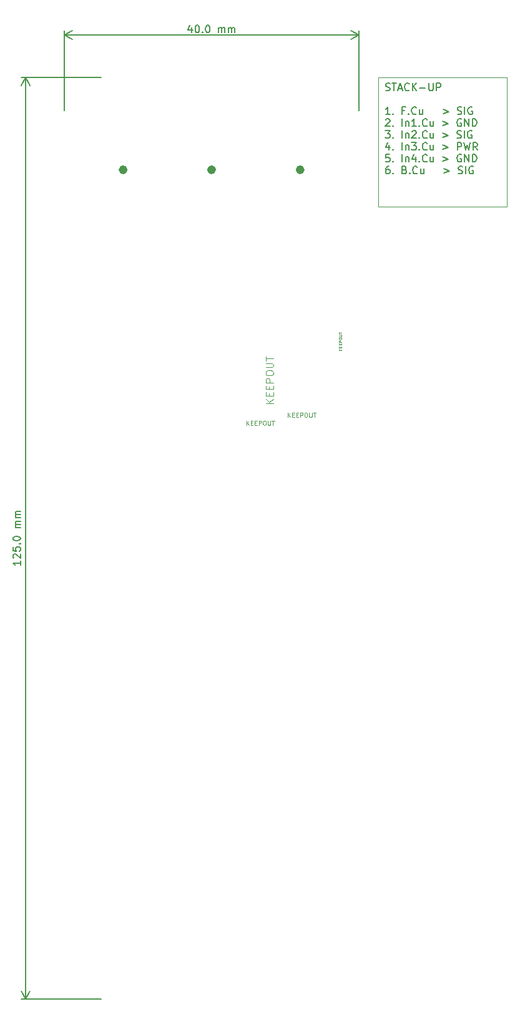
<source format=gbr>
%TF.GenerationSoftware,KiCad,Pcbnew,8.0.1*%
%TF.CreationDate,2024-03-17T21:49:36+01:00*%
%TF.ProjectId,KLST_CATERPILLAR,4b4c5354-5f43-4415-9445-5250494c4c41,rev?*%
%TF.SameCoordinates,Original*%
%TF.FileFunction,Other,Comment*%
%FSLAX46Y46*%
G04 Gerber Fmt 4.6, Leading zero omitted, Abs format (unit mm)*
G04 Created by KiCad (PCBNEW 8.0.1) date 2024-03-17 21:49:36*
%MOMM*%
%LPD*%
G01*
G04 APERTURE LIST*
%ADD10C,0.150000*%
%ADD11C,0.100000*%
%ADD12C,0.060000*%
%ADD13C,0.090000*%
%ADD14C,0.600000*%
G04 APERTURE END LIST*
D10*
X93613632Y-51772218D02*
X93756489Y-51819837D01*
X93756489Y-51819837D02*
X93994584Y-51819837D01*
X93994584Y-51819837D02*
X94089822Y-51772218D01*
X94089822Y-51772218D02*
X94137441Y-51724598D01*
X94137441Y-51724598D02*
X94185060Y-51629360D01*
X94185060Y-51629360D02*
X94185060Y-51534122D01*
X94185060Y-51534122D02*
X94137441Y-51438884D01*
X94137441Y-51438884D02*
X94089822Y-51391265D01*
X94089822Y-51391265D02*
X93994584Y-51343646D01*
X93994584Y-51343646D02*
X93804108Y-51296027D01*
X93804108Y-51296027D02*
X93708870Y-51248408D01*
X93708870Y-51248408D02*
X93661251Y-51200789D01*
X93661251Y-51200789D02*
X93613632Y-51105551D01*
X93613632Y-51105551D02*
X93613632Y-51010313D01*
X93613632Y-51010313D02*
X93661251Y-50915075D01*
X93661251Y-50915075D02*
X93708870Y-50867456D01*
X93708870Y-50867456D02*
X93804108Y-50819837D01*
X93804108Y-50819837D02*
X94042203Y-50819837D01*
X94042203Y-50819837D02*
X94185060Y-50867456D01*
X94470775Y-50819837D02*
X95042203Y-50819837D01*
X94756489Y-51819837D02*
X94756489Y-50819837D01*
X95327918Y-51534122D02*
X95804108Y-51534122D01*
X95232680Y-51819837D02*
X95566013Y-50819837D01*
X95566013Y-50819837D02*
X95899346Y-51819837D01*
X96804108Y-51724598D02*
X96756489Y-51772218D01*
X96756489Y-51772218D02*
X96613632Y-51819837D01*
X96613632Y-51819837D02*
X96518394Y-51819837D01*
X96518394Y-51819837D02*
X96375537Y-51772218D01*
X96375537Y-51772218D02*
X96280299Y-51676979D01*
X96280299Y-51676979D02*
X96232680Y-51581741D01*
X96232680Y-51581741D02*
X96185061Y-51391265D01*
X96185061Y-51391265D02*
X96185061Y-51248408D01*
X96185061Y-51248408D02*
X96232680Y-51057932D01*
X96232680Y-51057932D02*
X96280299Y-50962694D01*
X96280299Y-50962694D02*
X96375537Y-50867456D01*
X96375537Y-50867456D02*
X96518394Y-50819837D01*
X96518394Y-50819837D02*
X96613632Y-50819837D01*
X96613632Y-50819837D02*
X96756489Y-50867456D01*
X96756489Y-50867456D02*
X96804108Y-50915075D01*
X97232680Y-51819837D02*
X97232680Y-50819837D01*
X97804108Y-51819837D02*
X97375537Y-51248408D01*
X97804108Y-50819837D02*
X97232680Y-51391265D01*
X98232680Y-51438884D02*
X98994585Y-51438884D01*
X99470775Y-50819837D02*
X99470775Y-51629360D01*
X99470775Y-51629360D02*
X99518394Y-51724598D01*
X99518394Y-51724598D02*
X99566013Y-51772218D01*
X99566013Y-51772218D02*
X99661251Y-51819837D01*
X99661251Y-51819837D02*
X99851727Y-51819837D01*
X99851727Y-51819837D02*
X99946965Y-51772218D01*
X99946965Y-51772218D02*
X99994584Y-51724598D01*
X99994584Y-51724598D02*
X100042203Y-51629360D01*
X100042203Y-51629360D02*
X100042203Y-50819837D01*
X100518394Y-51819837D02*
X100518394Y-50819837D01*
X100518394Y-50819837D02*
X100899346Y-50819837D01*
X100899346Y-50819837D02*
X100994584Y-50867456D01*
X100994584Y-50867456D02*
X101042203Y-50915075D01*
X101042203Y-50915075D02*
X101089822Y-51010313D01*
X101089822Y-51010313D02*
X101089822Y-51153170D01*
X101089822Y-51153170D02*
X101042203Y-51248408D01*
X101042203Y-51248408D02*
X100994584Y-51296027D01*
X100994584Y-51296027D02*
X100899346Y-51343646D01*
X100899346Y-51343646D02*
X100518394Y-51343646D01*
X94185060Y-55039725D02*
X93613632Y-55039725D01*
X93899346Y-55039725D02*
X93899346Y-54039725D01*
X93899346Y-54039725D02*
X93804108Y-54182582D01*
X93804108Y-54182582D02*
X93708870Y-54277820D01*
X93708870Y-54277820D02*
X93613632Y-54325439D01*
X94613632Y-54944486D02*
X94661251Y-54992106D01*
X94661251Y-54992106D02*
X94613632Y-55039725D01*
X94613632Y-55039725D02*
X94566013Y-54992106D01*
X94566013Y-54992106D02*
X94613632Y-54944486D01*
X94613632Y-54944486D02*
X94613632Y-55039725D01*
X96185060Y-54515915D02*
X95851727Y-54515915D01*
X95851727Y-55039725D02*
X95851727Y-54039725D01*
X95851727Y-54039725D02*
X96327917Y-54039725D01*
X96708870Y-54944486D02*
X96756489Y-54992106D01*
X96756489Y-54992106D02*
X96708870Y-55039725D01*
X96708870Y-55039725D02*
X96661251Y-54992106D01*
X96661251Y-54992106D02*
X96708870Y-54944486D01*
X96708870Y-54944486D02*
X96708870Y-55039725D01*
X97756488Y-54944486D02*
X97708869Y-54992106D01*
X97708869Y-54992106D02*
X97566012Y-55039725D01*
X97566012Y-55039725D02*
X97470774Y-55039725D01*
X97470774Y-55039725D02*
X97327917Y-54992106D01*
X97327917Y-54992106D02*
X97232679Y-54896867D01*
X97232679Y-54896867D02*
X97185060Y-54801629D01*
X97185060Y-54801629D02*
X97137441Y-54611153D01*
X97137441Y-54611153D02*
X97137441Y-54468296D01*
X97137441Y-54468296D02*
X97185060Y-54277820D01*
X97185060Y-54277820D02*
X97232679Y-54182582D01*
X97232679Y-54182582D02*
X97327917Y-54087344D01*
X97327917Y-54087344D02*
X97470774Y-54039725D01*
X97470774Y-54039725D02*
X97566012Y-54039725D01*
X97566012Y-54039725D02*
X97708869Y-54087344D01*
X97708869Y-54087344D02*
X97756488Y-54134963D01*
X98613631Y-54373058D02*
X98613631Y-55039725D01*
X98185060Y-54373058D02*
X98185060Y-54896867D01*
X98185060Y-54896867D02*
X98232679Y-54992106D01*
X98232679Y-54992106D02*
X98327917Y-55039725D01*
X98327917Y-55039725D02*
X98470774Y-55039725D01*
X98470774Y-55039725D02*
X98566012Y-54992106D01*
X98566012Y-54992106D02*
X98613631Y-54944486D01*
X101375537Y-54373058D02*
X102137442Y-54658772D01*
X102137442Y-54658772D02*
X101375537Y-54944486D01*
X103327918Y-54992106D02*
X103470775Y-55039725D01*
X103470775Y-55039725D02*
X103708870Y-55039725D01*
X103708870Y-55039725D02*
X103804108Y-54992106D01*
X103804108Y-54992106D02*
X103851727Y-54944486D01*
X103851727Y-54944486D02*
X103899346Y-54849248D01*
X103899346Y-54849248D02*
X103899346Y-54754010D01*
X103899346Y-54754010D02*
X103851727Y-54658772D01*
X103851727Y-54658772D02*
X103804108Y-54611153D01*
X103804108Y-54611153D02*
X103708870Y-54563534D01*
X103708870Y-54563534D02*
X103518394Y-54515915D01*
X103518394Y-54515915D02*
X103423156Y-54468296D01*
X103423156Y-54468296D02*
X103375537Y-54420677D01*
X103375537Y-54420677D02*
X103327918Y-54325439D01*
X103327918Y-54325439D02*
X103327918Y-54230201D01*
X103327918Y-54230201D02*
X103375537Y-54134963D01*
X103375537Y-54134963D02*
X103423156Y-54087344D01*
X103423156Y-54087344D02*
X103518394Y-54039725D01*
X103518394Y-54039725D02*
X103756489Y-54039725D01*
X103756489Y-54039725D02*
X103899346Y-54087344D01*
X104327918Y-55039725D02*
X104327918Y-54039725D01*
X105327917Y-54087344D02*
X105232679Y-54039725D01*
X105232679Y-54039725D02*
X105089822Y-54039725D01*
X105089822Y-54039725D02*
X104946965Y-54087344D01*
X104946965Y-54087344D02*
X104851727Y-54182582D01*
X104851727Y-54182582D02*
X104804108Y-54277820D01*
X104804108Y-54277820D02*
X104756489Y-54468296D01*
X104756489Y-54468296D02*
X104756489Y-54611153D01*
X104756489Y-54611153D02*
X104804108Y-54801629D01*
X104804108Y-54801629D02*
X104851727Y-54896867D01*
X104851727Y-54896867D02*
X104946965Y-54992106D01*
X104946965Y-54992106D02*
X105089822Y-55039725D01*
X105089822Y-55039725D02*
X105185060Y-55039725D01*
X105185060Y-55039725D02*
X105327917Y-54992106D01*
X105327917Y-54992106D02*
X105375536Y-54944486D01*
X105375536Y-54944486D02*
X105375536Y-54611153D01*
X105375536Y-54611153D02*
X105185060Y-54611153D01*
X93613632Y-55744907D02*
X93661251Y-55697288D01*
X93661251Y-55697288D02*
X93756489Y-55649669D01*
X93756489Y-55649669D02*
X93994584Y-55649669D01*
X93994584Y-55649669D02*
X94089822Y-55697288D01*
X94089822Y-55697288D02*
X94137441Y-55744907D01*
X94137441Y-55744907D02*
X94185060Y-55840145D01*
X94185060Y-55840145D02*
X94185060Y-55935383D01*
X94185060Y-55935383D02*
X94137441Y-56078240D01*
X94137441Y-56078240D02*
X93566013Y-56649669D01*
X93566013Y-56649669D02*
X94185060Y-56649669D01*
X94613632Y-56554430D02*
X94661251Y-56602050D01*
X94661251Y-56602050D02*
X94613632Y-56649669D01*
X94613632Y-56649669D02*
X94566013Y-56602050D01*
X94566013Y-56602050D02*
X94613632Y-56554430D01*
X94613632Y-56554430D02*
X94613632Y-56649669D01*
X95851727Y-56649669D02*
X95851727Y-55649669D01*
X96327917Y-55983002D02*
X96327917Y-56649669D01*
X96327917Y-56078240D02*
X96375536Y-56030621D01*
X96375536Y-56030621D02*
X96470774Y-55983002D01*
X96470774Y-55983002D02*
X96613631Y-55983002D01*
X96613631Y-55983002D02*
X96708869Y-56030621D01*
X96708869Y-56030621D02*
X96756488Y-56125859D01*
X96756488Y-56125859D02*
X96756488Y-56649669D01*
X97756488Y-56649669D02*
X97185060Y-56649669D01*
X97470774Y-56649669D02*
X97470774Y-55649669D01*
X97470774Y-55649669D02*
X97375536Y-55792526D01*
X97375536Y-55792526D02*
X97280298Y-55887764D01*
X97280298Y-55887764D02*
X97185060Y-55935383D01*
X98185060Y-56554430D02*
X98232679Y-56602050D01*
X98232679Y-56602050D02*
X98185060Y-56649669D01*
X98185060Y-56649669D02*
X98137441Y-56602050D01*
X98137441Y-56602050D02*
X98185060Y-56554430D01*
X98185060Y-56554430D02*
X98185060Y-56649669D01*
X99232678Y-56554430D02*
X99185059Y-56602050D01*
X99185059Y-56602050D02*
X99042202Y-56649669D01*
X99042202Y-56649669D02*
X98946964Y-56649669D01*
X98946964Y-56649669D02*
X98804107Y-56602050D01*
X98804107Y-56602050D02*
X98708869Y-56506811D01*
X98708869Y-56506811D02*
X98661250Y-56411573D01*
X98661250Y-56411573D02*
X98613631Y-56221097D01*
X98613631Y-56221097D02*
X98613631Y-56078240D01*
X98613631Y-56078240D02*
X98661250Y-55887764D01*
X98661250Y-55887764D02*
X98708869Y-55792526D01*
X98708869Y-55792526D02*
X98804107Y-55697288D01*
X98804107Y-55697288D02*
X98946964Y-55649669D01*
X98946964Y-55649669D02*
X99042202Y-55649669D01*
X99042202Y-55649669D02*
X99185059Y-55697288D01*
X99185059Y-55697288D02*
X99232678Y-55744907D01*
X100089821Y-55983002D02*
X100089821Y-56649669D01*
X99661250Y-55983002D02*
X99661250Y-56506811D01*
X99661250Y-56506811D02*
X99708869Y-56602050D01*
X99708869Y-56602050D02*
X99804107Y-56649669D01*
X99804107Y-56649669D02*
X99946964Y-56649669D01*
X99946964Y-56649669D02*
X100042202Y-56602050D01*
X100042202Y-56602050D02*
X100089821Y-56554430D01*
X101327917Y-55983002D02*
X102089822Y-56268716D01*
X102089822Y-56268716D02*
X101327917Y-56554430D01*
X103851726Y-55697288D02*
X103756488Y-55649669D01*
X103756488Y-55649669D02*
X103613631Y-55649669D01*
X103613631Y-55649669D02*
X103470774Y-55697288D01*
X103470774Y-55697288D02*
X103375536Y-55792526D01*
X103375536Y-55792526D02*
X103327917Y-55887764D01*
X103327917Y-55887764D02*
X103280298Y-56078240D01*
X103280298Y-56078240D02*
X103280298Y-56221097D01*
X103280298Y-56221097D02*
X103327917Y-56411573D01*
X103327917Y-56411573D02*
X103375536Y-56506811D01*
X103375536Y-56506811D02*
X103470774Y-56602050D01*
X103470774Y-56602050D02*
X103613631Y-56649669D01*
X103613631Y-56649669D02*
X103708869Y-56649669D01*
X103708869Y-56649669D02*
X103851726Y-56602050D01*
X103851726Y-56602050D02*
X103899345Y-56554430D01*
X103899345Y-56554430D02*
X103899345Y-56221097D01*
X103899345Y-56221097D02*
X103708869Y-56221097D01*
X104327917Y-56649669D02*
X104327917Y-55649669D01*
X104327917Y-55649669D02*
X104899345Y-56649669D01*
X104899345Y-56649669D02*
X104899345Y-55649669D01*
X105375536Y-56649669D02*
X105375536Y-55649669D01*
X105375536Y-55649669D02*
X105613631Y-55649669D01*
X105613631Y-55649669D02*
X105756488Y-55697288D01*
X105756488Y-55697288D02*
X105851726Y-55792526D01*
X105851726Y-55792526D02*
X105899345Y-55887764D01*
X105899345Y-55887764D02*
X105946964Y-56078240D01*
X105946964Y-56078240D02*
X105946964Y-56221097D01*
X105946964Y-56221097D02*
X105899345Y-56411573D01*
X105899345Y-56411573D02*
X105851726Y-56506811D01*
X105851726Y-56506811D02*
X105756488Y-56602050D01*
X105756488Y-56602050D02*
X105613631Y-56649669D01*
X105613631Y-56649669D02*
X105375536Y-56649669D01*
X93566013Y-57259613D02*
X94185060Y-57259613D01*
X94185060Y-57259613D02*
X93851727Y-57640565D01*
X93851727Y-57640565D02*
X93994584Y-57640565D01*
X93994584Y-57640565D02*
X94089822Y-57688184D01*
X94089822Y-57688184D02*
X94137441Y-57735803D01*
X94137441Y-57735803D02*
X94185060Y-57831041D01*
X94185060Y-57831041D02*
X94185060Y-58069136D01*
X94185060Y-58069136D02*
X94137441Y-58164374D01*
X94137441Y-58164374D02*
X94089822Y-58211994D01*
X94089822Y-58211994D02*
X93994584Y-58259613D01*
X93994584Y-58259613D02*
X93708870Y-58259613D01*
X93708870Y-58259613D02*
X93613632Y-58211994D01*
X93613632Y-58211994D02*
X93566013Y-58164374D01*
X94613632Y-58164374D02*
X94661251Y-58211994D01*
X94661251Y-58211994D02*
X94613632Y-58259613D01*
X94613632Y-58259613D02*
X94566013Y-58211994D01*
X94566013Y-58211994D02*
X94613632Y-58164374D01*
X94613632Y-58164374D02*
X94613632Y-58259613D01*
X95851727Y-58259613D02*
X95851727Y-57259613D01*
X96327917Y-57592946D02*
X96327917Y-58259613D01*
X96327917Y-57688184D02*
X96375536Y-57640565D01*
X96375536Y-57640565D02*
X96470774Y-57592946D01*
X96470774Y-57592946D02*
X96613631Y-57592946D01*
X96613631Y-57592946D02*
X96708869Y-57640565D01*
X96708869Y-57640565D02*
X96756488Y-57735803D01*
X96756488Y-57735803D02*
X96756488Y-58259613D01*
X97185060Y-57354851D02*
X97232679Y-57307232D01*
X97232679Y-57307232D02*
X97327917Y-57259613D01*
X97327917Y-57259613D02*
X97566012Y-57259613D01*
X97566012Y-57259613D02*
X97661250Y-57307232D01*
X97661250Y-57307232D02*
X97708869Y-57354851D01*
X97708869Y-57354851D02*
X97756488Y-57450089D01*
X97756488Y-57450089D02*
X97756488Y-57545327D01*
X97756488Y-57545327D02*
X97708869Y-57688184D01*
X97708869Y-57688184D02*
X97137441Y-58259613D01*
X97137441Y-58259613D02*
X97756488Y-58259613D01*
X98185060Y-58164374D02*
X98232679Y-58211994D01*
X98232679Y-58211994D02*
X98185060Y-58259613D01*
X98185060Y-58259613D02*
X98137441Y-58211994D01*
X98137441Y-58211994D02*
X98185060Y-58164374D01*
X98185060Y-58164374D02*
X98185060Y-58259613D01*
X99232678Y-58164374D02*
X99185059Y-58211994D01*
X99185059Y-58211994D02*
X99042202Y-58259613D01*
X99042202Y-58259613D02*
X98946964Y-58259613D01*
X98946964Y-58259613D02*
X98804107Y-58211994D01*
X98804107Y-58211994D02*
X98708869Y-58116755D01*
X98708869Y-58116755D02*
X98661250Y-58021517D01*
X98661250Y-58021517D02*
X98613631Y-57831041D01*
X98613631Y-57831041D02*
X98613631Y-57688184D01*
X98613631Y-57688184D02*
X98661250Y-57497708D01*
X98661250Y-57497708D02*
X98708869Y-57402470D01*
X98708869Y-57402470D02*
X98804107Y-57307232D01*
X98804107Y-57307232D02*
X98946964Y-57259613D01*
X98946964Y-57259613D02*
X99042202Y-57259613D01*
X99042202Y-57259613D02*
X99185059Y-57307232D01*
X99185059Y-57307232D02*
X99232678Y-57354851D01*
X100089821Y-57592946D02*
X100089821Y-58259613D01*
X99661250Y-57592946D02*
X99661250Y-58116755D01*
X99661250Y-58116755D02*
X99708869Y-58211994D01*
X99708869Y-58211994D02*
X99804107Y-58259613D01*
X99804107Y-58259613D02*
X99946964Y-58259613D01*
X99946964Y-58259613D02*
X100042202Y-58211994D01*
X100042202Y-58211994D02*
X100089821Y-58164374D01*
X101327917Y-57592946D02*
X102089822Y-57878660D01*
X102089822Y-57878660D02*
X101327917Y-58164374D01*
X103280298Y-58211994D02*
X103423155Y-58259613D01*
X103423155Y-58259613D02*
X103661250Y-58259613D01*
X103661250Y-58259613D02*
X103756488Y-58211994D01*
X103756488Y-58211994D02*
X103804107Y-58164374D01*
X103804107Y-58164374D02*
X103851726Y-58069136D01*
X103851726Y-58069136D02*
X103851726Y-57973898D01*
X103851726Y-57973898D02*
X103804107Y-57878660D01*
X103804107Y-57878660D02*
X103756488Y-57831041D01*
X103756488Y-57831041D02*
X103661250Y-57783422D01*
X103661250Y-57783422D02*
X103470774Y-57735803D01*
X103470774Y-57735803D02*
X103375536Y-57688184D01*
X103375536Y-57688184D02*
X103327917Y-57640565D01*
X103327917Y-57640565D02*
X103280298Y-57545327D01*
X103280298Y-57545327D02*
X103280298Y-57450089D01*
X103280298Y-57450089D02*
X103327917Y-57354851D01*
X103327917Y-57354851D02*
X103375536Y-57307232D01*
X103375536Y-57307232D02*
X103470774Y-57259613D01*
X103470774Y-57259613D02*
X103708869Y-57259613D01*
X103708869Y-57259613D02*
X103851726Y-57307232D01*
X104280298Y-58259613D02*
X104280298Y-57259613D01*
X105280297Y-57307232D02*
X105185059Y-57259613D01*
X105185059Y-57259613D02*
X105042202Y-57259613D01*
X105042202Y-57259613D02*
X104899345Y-57307232D01*
X104899345Y-57307232D02*
X104804107Y-57402470D01*
X104804107Y-57402470D02*
X104756488Y-57497708D01*
X104756488Y-57497708D02*
X104708869Y-57688184D01*
X104708869Y-57688184D02*
X104708869Y-57831041D01*
X104708869Y-57831041D02*
X104756488Y-58021517D01*
X104756488Y-58021517D02*
X104804107Y-58116755D01*
X104804107Y-58116755D02*
X104899345Y-58211994D01*
X104899345Y-58211994D02*
X105042202Y-58259613D01*
X105042202Y-58259613D02*
X105137440Y-58259613D01*
X105137440Y-58259613D02*
X105280297Y-58211994D01*
X105280297Y-58211994D02*
X105327916Y-58164374D01*
X105327916Y-58164374D02*
X105327916Y-57831041D01*
X105327916Y-57831041D02*
X105137440Y-57831041D01*
X94089822Y-59202890D02*
X94089822Y-59869557D01*
X93851727Y-58821938D02*
X93613632Y-59536223D01*
X93613632Y-59536223D02*
X94232679Y-59536223D01*
X94613632Y-59774318D02*
X94661251Y-59821938D01*
X94661251Y-59821938D02*
X94613632Y-59869557D01*
X94613632Y-59869557D02*
X94566013Y-59821938D01*
X94566013Y-59821938D02*
X94613632Y-59774318D01*
X94613632Y-59774318D02*
X94613632Y-59869557D01*
X95851727Y-59869557D02*
X95851727Y-58869557D01*
X96327917Y-59202890D02*
X96327917Y-59869557D01*
X96327917Y-59298128D02*
X96375536Y-59250509D01*
X96375536Y-59250509D02*
X96470774Y-59202890D01*
X96470774Y-59202890D02*
X96613631Y-59202890D01*
X96613631Y-59202890D02*
X96708869Y-59250509D01*
X96708869Y-59250509D02*
X96756488Y-59345747D01*
X96756488Y-59345747D02*
X96756488Y-59869557D01*
X97137441Y-58869557D02*
X97756488Y-58869557D01*
X97756488Y-58869557D02*
X97423155Y-59250509D01*
X97423155Y-59250509D02*
X97566012Y-59250509D01*
X97566012Y-59250509D02*
X97661250Y-59298128D01*
X97661250Y-59298128D02*
X97708869Y-59345747D01*
X97708869Y-59345747D02*
X97756488Y-59440985D01*
X97756488Y-59440985D02*
X97756488Y-59679080D01*
X97756488Y-59679080D02*
X97708869Y-59774318D01*
X97708869Y-59774318D02*
X97661250Y-59821938D01*
X97661250Y-59821938D02*
X97566012Y-59869557D01*
X97566012Y-59869557D02*
X97280298Y-59869557D01*
X97280298Y-59869557D02*
X97185060Y-59821938D01*
X97185060Y-59821938D02*
X97137441Y-59774318D01*
X98185060Y-59774318D02*
X98232679Y-59821938D01*
X98232679Y-59821938D02*
X98185060Y-59869557D01*
X98185060Y-59869557D02*
X98137441Y-59821938D01*
X98137441Y-59821938D02*
X98185060Y-59774318D01*
X98185060Y-59774318D02*
X98185060Y-59869557D01*
X99232678Y-59774318D02*
X99185059Y-59821938D01*
X99185059Y-59821938D02*
X99042202Y-59869557D01*
X99042202Y-59869557D02*
X98946964Y-59869557D01*
X98946964Y-59869557D02*
X98804107Y-59821938D01*
X98804107Y-59821938D02*
X98708869Y-59726699D01*
X98708869Y-59726699D02*
X98661250Y-59631461D01*
X98661250Y-59631461D02*
X98613631Y-59440985D01*
X98613631Y-59440985D02*
X98613631Y-59298128D01*
X98613631Y-59298128D02*
X98661250Y-59107652D01*
X98661250Y-59107652D02*
X98708869Y-59012414D01*
X98708869Y-59012414D02*
X98804107Y-58917176D01*
X98804107Y-58917176D02*
X98946964Y-58869557D01*
X98946964Y-58869557D02*
X99042202Y-58869557D01*
X99042202Y-58869557D02*
X99185059Y-58917176D01*
X99185059Y-58917176D02*
X99232678Y-58964795D01*
X100089821Y-59202890D02*
X100089821Y-59869557D01*
X99661250Y-59202890D02*
X99661250Y-59726699D01*
X99661250Y-59726699D02*
X99708869Y-59821938D01*
X99708869Y-59821938D02*
X99804107Y-59869557D01*
X99804107Y-59869557D02*
X99946964Y-59869557D01*
X99946964Y-59869557D02*
X100042202Y-59821938D01*
X100042202Y-59821938D02*
X100089821Y-59774318D01*
X101327917Y-59202890D02*
X102089822Y-59488604D01*
X102089822Y-59488604D02*
X101327917Y-59774318D01*
X103327917Y-59869557D02*
X103327917Y-58869557D01*
X103327917Y-58869557D02*
X103708869Y-58869557D01*
X103708869Y-58869557D02*
X103804107Y-58917176D01*
X103804107Y-58917176D02*
X103851726Y-58964795D01*
X103851726Y-58964795D02*
X103899345Y-59060033D01*
X103899345Y-59060033D02*
X103899345Y-59202890D01*
X103899345Y-59202890D02*
X103851726Y-59298128D01*
X103851726Y-59298128D02*
X103804107Y-59345747D01*
X103804107Y-59345747D02*
X103708869Y-59393366D01*
X103708869Y-59393366D02*
X103327917Y-59393366D01*
X104232679Y-58869557D02*
X104470774Y-59869557D01*
X104470774Y-59869557D02*
X104661250Y-59155271D01*
X104661250Y-59155271D02*
X104851726Y-59869557D01*
X104851726Y-59869557D02*
X105089822Y-58869557D01*
X106042202Y-59869557D02*
X105708869Y-59393366D01*
X105470774Y-59869557D02*
X105470774Y-58869557D01*
X105470774Y-58869557D02*
X105851726Y-58869557D01*
X105851726Y-58869557D02*
X105946964Y-58917176D01*
X105946964Y-58917176D02*
X105994583Y-58964795D01*
X105994583Y-58964795D02*
X106042202Y-59060033D01*
X106042202Y-59060033D02*
X106042202Y-59202890D01*
X106042202Y-59202890D02*
X105994583Y-59298128D01*
X105994583Y-59298128D02*
X105946964Y-59345747D01*
X105946964Y-59345747D02*
X105851726Y-59393366D01*
X105851726Y-59393366D02*
X105470774Y-59393366D01*
X94137441Y-60479501D02*
X93661251Y-60479501D01*
X93661251Y-60479501D02*
X93613632Y-60955691D01*
X93613632Y-60955691D02*
X93661251Y-60908072D01*
X93661251Y-60908072D02*
X93756489Y-60860453D01*
X93756489Y-60860453D02*
X93994584Y-60860453D01*
X93994584Y-60860453D02*
X94089822Y-60908072D01*
X94089822Y-60908072D02*
X94137441Y-60955691D01*
X94137441Y-60955691D02*
X94185060Y-61050929D01*
X94185060Y-61050929D02*
X94185060Y-61289024D01*
X94185060Y-61289024D02*
X94137441Y-61384262D01*
X94137441Y-61384262D02*
X94089822Y-61431882D01*
X94089822Y-61431882D02*
X93994584Y-61479501D01*
X93994584Y-61479501D02*
X93756489Y-61479501D01*
X93756489Y-61479501D02*
X93661251Y-61431882D01*
X93661251Y-61431882D02*
X93613632Y-61384262D01*
X94613632Y-61384262D02*
X94661251Y-61431882D01*
X94661251Y-61431882D02*
X94613632Y-61479501D01*
X94613632Y-61479501D02*
X94566013Y-61431882D01*
X94566013Y-61431882D02*
X94613632Y-61384262D01*
X94613632Y-61384262D02*
X94613632Y-61479501D01*
X95851727Y-61479501D02*
X95851727Y-60479501D01*
X96327917Y-60812834D02*
X96327917Y-61479501D01*
X96327917Y-60908072D02*
X96375536Y-60860453D01*
X96375536Y-60860453D02*
X96470774Y-60812834D01*
X96470774Y-60812834D02*
X96613631Y-60812834D01*
X96613631Y-60812834D02*
X96708869Y-60860453D01*
X96708869Y-60860453D02*
X96756488Y-60955691D01*
X96756488Y-60955691D02*
X96756488Y-61479501D01*
X97661250Y-60812834D02*
X97661250Y-61479501D01*
X97423155Y-60431882D02*
X97185060Y-61146167D01*
X97185060Y-61146167D02*
X97804107Y-61146167D01*
X98185060Y-61384262D02*
X98232679Y-61431882D01*
X98232679Y-61431882D02*
X98185060Y-61479501D01*
X98185060Y-61479501D02*
X98137441Y-61431882D01*
X98137441Y-61431882D02*
X98185060Y-61384262D01*
X98185060Y-61384262D02*
X98185060Y-61479501D01*
X99232678Y-61384262D02*
X99185059Y-61431882D01*
X99185059Y-61431882D02*
X99042202Y-61479501D01*
X99042202Y-61479501D02*
X98946964Y-61479501D01*
X98946964Y-61479501D02*
X98804107Y-61431882D01*
X98804107Y-61431882D02*
X98708869Y-61336643D01*
X98708869Y-61336643D02*
X98661250Y-61241405D01*
X98661250Y-61241405D02*
X98613631Y-61050929D01*
X98613631Y-61050929D02*
X98613631Y-60908072D01*
X98613631Y-60908072D02*
X98661250Y-60717596D01*
X98661250Y-60717596D02*
X98708869Y-60622358D01*
X98708869Y-60622358D02*
X98804107Y-60527120D01*
X98804107Y-60527120D02*
X98946964Y-60479501D01*
X98946964Y-60479501D02*
X99042202Y-60479501D01*
X99042202Y-60479501D02*
X99185059Y-60527120D01*
X99185059Y-60527120D02*
X99232678Y-60574739D01*
X100089821Y-60812834D02*
X100089821Y-61479501D01*
X99661250Y-60812834D02*
X99661250Y-61336643D01*
X99661250Y-61336643D02*
X99708869Y-61431882D01*
X99708869Y-61431882D02*
X99804107Y-61479501D01*
X99804107Y-61479501D02*
X99946964Y-61479501D01*
X99946964Y-61479501D02*
X100042202Y-61431882D01*
X100042202Y-61431882D02*
X100089821Y-61384262D01*
X101327917Y-60812834D02*
X102089822Y-61098548D01*
X102089822Y-61098548D02*
X101327917Y-61384262D01*
X103851726Y-60527120D02*
X103756488Y-60479501D01*
X103756488Y-60479501D02*
X103613631Y-60479501D01*
X103613631Y-60479501D02*
X103470774Y-60527120D01*
X103470774Y-60527120D02*
X103375536Y-60622358D01*
X103375536Y-60622358D02*
X103327917Y-60717596D01*
X103327917Y-60717596D02*
X103280298Y-60908072D01*
X103280298Y-60908072D02*
X103280298Y-61050929D01*
X103280298Y-61050929D02*
X103327917Y-61241405D01*
X103327917Y-61241405D02*
X103375536Y-61336643D01*
X103375536Y-61336643D02*
X103470774Y-61431882D01*
X103470774Y-61431882D02*
X103613631Y-61479501D01*
X103613631Y-61479501D02*
X103708869Y-61479501D01*
X103708869Y-61479501D02*
X103851726Y-61431882D01*
X103851726Y-61431882D02*
X103899345Y-61384262D01*
X103899345Y-61384262D02*
X103899345Y-61050929D01*
X103899345Y-61050929D02*
X103708869Y-61050929D01*
X104327917Y-61479501D02*
X104327917Y-60479501D01*
X104327917Y-60479501D02*
X104899345Y-61479501D01*
X104899345Y-61479501D02*
X104899345Y-60479501D01*
X105375536Y-61479501D02*
X105375536Y-60479501D01*
X105375536Y-60479501D02*
X105613631Y-60479501D01*
X105613631Y-60479501D02*
X105756488Y-60527120D01*
X105756488Y-60527120D02*
X105851726Y-60622358D01*
X105851726Y-60622358D02*
X105899345Y-60717596D01*
X105899345Y-60717596D02*
X105946964Y-60908072D01*
X105946964Y-60908072D02*
X105946964Y-61050929D01*
X105946964Y-61050929D02*
X105899345Y-61241405D01*
X105899345Y-61241405D02*
X105851726Y-61336643D01*
X105851726Y-61336643D02*
X105756488Y-61431882D01*
X105756488Y-61431882D02*
X105613631Y-61479501D01*
X105613631Y-61479501D02*
X105375536Y-61479501D01*
X94089822Y-62089445D02*
X93899346Y-62089445D01*
X93899346Y-62089445D02*
X93804108Y-62137064D01*
X93804108Y-62137064D02*
X93756489Y-62184683D01*
X93756489Y-62184683D02*
X93661251Y-62327540D01*
X93661251Y-62327540D02*
X93613632Y-62518016D01*
X93613632Y-62518016D02*
X93613632Y-62898968D01*
X93613632Y-62898968D02*
X93661251Y-62994206D01*
X93661251Y-62994206D02*
X93708870Y-63041826D01*
X93708870Y-63041826D02*
X93804108Y-63089445D01*
X93804108Y-63089445D02*
X93994584Y-63089445D01*
X93994584Y-63089445D02*
X94089822Y-63041826D01*
X94089822Y-63041826D02*
X94137441Y-62994206D01*
X94137441Y-62994206D02*
X94185060Y-62898968D01*
X94185060Y-62898968D02*
X94185060Y-62660873D01*
X94185060Y-62660873D02*
X94137441Y-62565635D01*
X94137441Y-62565635D02*
X94089822Y-62518016D01*
X94089822Y-62518016D02*
X93994584Y-62470397D01*
X93994584Y-62470397D02*
X93804108Y-62470397D01*
X93804108Y-62470397D02*
X93708870Y-62518016D01*
X93708870Y-62518016D02*
X93661251Y-62565635D01*
X93661251Y-62565635D02*
X93613632Y-62660873D01*
X94613632Y-62994206D02*
X94661251Y-63041826D01*
X94661251Y-63041826D02*
X94613632Y-63089445D01*
X94613632Y-63089445D02*
X94566013Y-63041826D01*
X94566013Y-63041826D02*
X94613632Y-62994206D01*
X94613632Y-62994206D02*
X94613632Y-63089445D01*
X96185060Y-62565635D02*
X96327917Y-62613254D01*
X96327917Y-62613254D02*
X96375536Y-62660873D01*
X96375536Y-62660873D02*
X96423155Y-62756111D01*
X96423155Y-62756111D02*
X96423155Y-62898968D01*
X96423155Y-62898968D02*
X96375536Y-62994206D01*
X96375536Y-62994206D02*
X96327917Y-63041826D01*
X96327917Y-63041826D02*
X96232679Y-63089445D01*
X96232679Y-63089445D02*
X95851727Y-63089445D01*
X95851727Y-63089445D02*
X95851727Y-62089445D01*
X95851727Y-62089445D02*
X96185060Y-62089445D01*
X96185060Y-62089445D02*
X96280298Y-62137064D01*
X96280298Y-62137064D02*
X96327917Y-62184683D01*
X96327917Y-62184683D02*
X96375536Y-62279921D01*
X96375536Y-62279921D02*
X96375536Y-62375159D01*
X96375536Y-62375159D02*
X96327917Y-62470397D01*
X96327917Y-62470397D02*
X96280298Y-62518016D01*
X96280298Y-62518016D02*
X96185060Y-62565635D01*
X96185060Y-62565635D02*
X95851727Y-62565635D01*
X96851727Y-62994206D02*
X96899346Y-63041826D01*
X96899346Y-63041826D02*
X96851727Y-63089445D01*
X96851727Y-63089445D02*
X96804108Y-63041826D01*
X96804108Y-63041826D02*
X96851727Y-62994206D01*
X96851727Y-62994206D02*
X96851727Y-63089445D01*
X97899345Y-62994206D02*
X97851726Y-63041826D01*
X97851726Y-63041826D02*
X97708869Y-63089445D01*
X97708869Y-63089445D02*
X97613631Y-63089445D01*
X97613631Y-63089445D02*
X97470774Y-63041826D01*
X97470774Y-63041826D02*
X97375536Y-62946587D01*
X97375536Y-62946587D02*
X97327917Y-62851349D01*
X97327917Y-62851349D02*
X97280298Y-62660873D01*
X97280298Y-62660873D02*
X97280298Y-62518016D01*
X97280298Y-62518016D02*
X97327917Y-62327540D01*
X97327917Y-62327540D02*
X97375536Y-62232302D01*
X97375536Y-62232302D02*
X97470774Y-62137064D01*
X97470774Y-62137064D02*
X97613631Y-62089445D01*
X97613631Y-62089445D02*
X97708869Y-62089445D01*
X97708869Y-62089445D02*
X97851726Y-62137064D01*
X97851726Y-62137064D02*
X97899345Y-62184683D01*
X98756488Y-62422778D02*
X98756488Y-63089445D01*
X98327917Y-62422778D02*
X98327917Y-62946587D01*
X98327917Y-62946587D02*
X98375536Y-63041826D01*
X98375536Y-63041826D02*
X98470774Y-63089445D01*
X98470774Y-63089445D02*
X98613631Y-63089445D01*
X98613631Y-63089445D02*
X98708869Y-63041826D01*
X98708869Y-63041826D02*
X98756488Y-62994206D01*
X101518394Y-62422778D02*
X102280299Y-62708492D01*
X102280299Y-62708492D02*
X101518394Y-62994206D01*
X103470775Y-63041826D02*
X103613632Y-63089445D01*
X103613632Y-63089445D02*
X103851727Y-63089445D01*
X103851727Y-63089445D02*
X103946965Y-63041826D01*
X103946965Y-63041826D02*
X103994584Y-62994206D01*
X103994584Y-62994206D02*
X104042203Y-62898968D01*
X104042203Y-62898968D02*
X104042203Y-62803730D01*
X104042203Y-62803730D02*
X103994584Y-62708492D01*
X103994584Y-62708492D02*
X103946965Y-62660873D01*
X103946965Y-62660873D02*
X103851727Y-62613254D01*
X103851727Y-62613254D02*
X103661251Y-62565635D01*
X103661251Y-62565635D02*
X103566013Y-62518016D01*
X103566013Y-62518016D02*
X103518394Y-62470397D01*
X103518394Y-62470397D02*
X103470775Y-62375159D01*
X103470775Y-62375159D02*
X103470775Y-62279921D01*
X103470775Y-62279921D02*
X103518394Y-62184683D01*
X103518394Y-62184683D02*
X103566013Y-62137064D01*
X103566013Y-62137064D02*
X103661251Y-62089445D01*
X103661251Y-62089445D02*
X103899346Y-62089445D01*
X103899346Y-62089445D02*
X104042203Y-62137064D01*
X104470775Y-63089445D02*
X104470775Y-62089445D01*
X105470774Y-62137064D02*
X105375536Y-62089445D01*
X105375536Y-62089445D02*
X105232679Y-62089445D01*
X105232679Y-62089445D02*
X105089822Y-62137064D01*
X105089822Y-62137064D02*
X104994584Y-62232302D01*
X104994584Y-62232302D02*
X104946965Y-62327540D01*
X104946965Y-62327540D02*
X104899346Y-62518016D01*
X104899346Y-62518016D02*
X104899346Y-62660873D01*
X104899346Y-62660873D02*
X104946965Y-62851349D01*
X104946965Y-62851349D02*
X104994584Y-62946587D01*
X104994584Y-62946587D02*
X105089822Y-63041826D01*
X105089822Y-63041826D02*
X105232679Y-63089445D01*
X105232679Y-63089445D02*
X105327917Y-63089445D01*
X105327917Y-63089445D02*
X105470774Y-63041826D01*
X105470774Y-63041826D02*
X105518393Y-62994206D01*
X105518393Y-62994206D02*
X105518393Y-62660873D01*
X105518393Y-62660873D02*
X105327917Y-62660873D01*
D11*
X92574472Y-50030018D02*
X110074472Y-50030018D01*
X110074472Y-67530018D01*
X92574472Y-67530018D01*
X92574472Y-50030018D01*
D10*
X44054819Y-115595237D02*
X44054819Y-116166665D01*
X44054819Y-115880951D02*
X43054819Y-115880951D01*
X43054819Y-115880951D02*
X43197676Y-115976189D01*
X43197676Y-115976189D02*
X43292914Y-116071427D01*
X43292914Y-116071427D02*
X43340533Y-116166665D01*
X43150057Y-115214284D02*
X43102438Y-115166665D01*
X43102438Y-115166665D02*
X43054819Y-115071427D01*
X43054819Y-115071427D02*
X43054819Y-114833332D01*
X43054819Y-114833332D02*
X43102438Y-114738094D01*
X43102438Y-114738094D02*
X43150057Y-114690475D01*
X43150057Y-114690475D02*
X43245295Y-114642856D01*
X43245295Y-114642856D02*
X43340533Y-114642856D01*
X43340533Y-114642856D02*
X43483390Y-114690475D01*
X43483390Y-114690475D02*
X44054819Y-115261903D01*
X44054819Y-115261903D02*
X44054819Y-114642856D01*
X43054819Y-113738094D02*
X43054819Y-114214284D01*
X43054819Y-114214284D02*
X43531009Y-114261903D01*
X43531009Y-114261903D02*
X43483390Y-114214284D01*
X43483390Y-114214284D02*
X43435771Y-114119046D01*
X43435771Y-114119046D02*
X43435771Y-113880951D01*
X43435771Y-113880951D02*
X43483390Y-113785713D01*
X43483390Y-113785713D02*
X43531009Y-113738094D01*
X43531009Y-113738094D02*
X43626247Y-113690475D01*
X43626247Y-113690475D02*
X43864342Y-113690475D01*
X43864342Y-113690475D02*
X43959580Y-113738094D01*
X43959580Y-113738094D02*
X44007200Y-113785713D01*
X44007200Y-113785713D02*
X44054819Y-113880951D01*
X44054819Y-113880951D02*
X44054819Y-114119046D01*
X44054819Y-114119046D02*
X44007200Y-114214284D01*
X44007200Y-114214284D02*
X43959580Y-114261903D01*
X43959580Y-113261903D02*
X44007200Y-113214284D01*
X44007200Y-113214284D02*
X44054819Y-113261903D01*
X44054819Y-113261903D02*
X44007200Y-113309522D01*
X44007200Y-113309522D02*
X43959580Y-113261903D01*
X43959580Y-113261903D02*
X44054819Y-113261903D01*
X43054819Y-112595237D02*
X43054819Y-112499999D01*
X43054819Y-112499999D02*
X43102438Y-112404761D01*
X43102438Y-112404761D02*
X43150057Y-112357142D01*
X43150057Y-112357142D02*
X43245295Y-112309523D01*
X43245295Y-112309523D02*
X43435771Y-112261904D01*
X43435771Y-112261904D02*
X43673866Y-112261904D01*
X43673866Y-112261904D02*
X43864342Y-112309523D01*
X43864342Y-112309523D02*
X43959580Y-112357142D01*
X43959580Y-112357142D02*
X44007200Y-112404761D01*
X44007200Y-112404761D02*
X44054819Y-112499999D01*
X44054819Y-112499999D02*
X44054819Y-112595237D01*
X44054819Y-112595237D02*
X44007200Y-112690475D01*
X44007200Y-112690475D02*
X43959580Y-112738094D01*
X43959580Y-112738094D02*
X43864342Y-112785713D01*
X43864342Y-112785713D02*
X43673866Y-112833332D01*
X43673866Y-112833332D02*
X43435771Y-112833332D01*
X43435771Y-112833332D02*
X43245295Y-112785713D01*
X43245295Y-112785713D02*
X43150057Y-112738094D01*
X43150057Y-112738094D02*
X43102438Y-112690475D01*
X43102438Y-112690475D02*
X43054819Y-112595237D01*
X44054819Y-111071427D02*
X43388152Y-111071427D01*
X43483390Y-111071427D02*
X43435771Y-111023808D01*
X43435771Y-111023808D02*
X43388152Y-110928570D01*
X43388152Y-110928570D02*
X43388152Y-110785713D01*
X43388152Y-110785713D02*
X43435771Y-110690475D01*
X43435771Y-110690475D02*
X43531009Y-110642856D01*
X43531009Y-110642856D02*
X44054819Y-110642856D01*
X43531009Y-110642856D02*
X43435771Y-110595237D01*
X43435771Y-110595237D02*
X43388152Y-110499999D01*
X43388152Y-110499999D02*
X43388152Y-110357142D01*
X43388152Y-110357142D02*
X43435771Y-110261903D01*
X43435771Y-110261903D02*
X43531009Y-110214284D01*
X43531009Y-110214284D02*
X44054819Y-110214284D01*
X44054819Y-109738094D02*
X43388152Y-109738094D01*
X43483390Y-109738094D02*
X43435771Y-109690475D01*
X43435771Y-109690475D02*
X43388152Y-109595237D01*
X43388152Y-109595237D02*
X43388152Y-109452380D01*
X43388152Y-109452380D02*
X43435771Y-109357142D01*
X43435771Y-109357142D02*
X43531009Y-109309523D01*
X43531009Y-109309523D02*
X44054819Y-109309523D01*
X43531009Y-109309523D02*
X43435771Y-109261904D01*
X43435771Y-109261904D02*
X43388152Y-109166666D01*
X43388152Y-109166666D02*
X43388152Y-109023809D01*
X43388152Y-109023809D02*
X43435771Y-108928570D01*
X43435771Y-108928570D02*
X43531009Y-108880951D01*
X43531009Y-108880951D02*
X44054819Y-108880951D01*
X55000000Y-50000000D02*
X44163580Y-50000000D01*
X55000000Y-175000000D02*
X44163580Y-175000000D01*
X44750000Y-50000000D02*
X44750000Y-175000000D01*
X44750000Y-50000000D02*
X44750000Y-175000000D01*
X44750000Y-50000000D02*
X45336421Y-51126504D01*
X44750000Y-50000000D02*
X44163579Y-51126504D01*
X44750000Y-175000000D02*
X44163579Y-173873496D01*
X44750000Y-175000000D02*
X45336421Y-173873496D01*
X67285714Y-43288152D02*
X67285714Y-43954819D01*
X67047619Y-42907200D02*
X66809524Y-43621485D01*
X66809524Y-43621485D02*
X67428571Y-43621485D01*
X68000000Y-42954819D02*
X68095238Y-42954819D01*
X68095238Y-42954819D02*
X68190476Y-43002438D01*
X68190476Y-43002438D02*
X68238095Y-43050057D01*
X68238095Y-43050057D02*
X68285714Y-43145295D01*
X68285714Y-43145295D02*
X68333333Y-43335771D01*
X68333333Y-43335771D02*
X68333333Y-43573866D01*
X68333333Y-43573866D02*
X68285714Y-43764342D01*
X68285714Y-43764342D02*
X68238095Y-43859580D01*
X68238095Y-43859580D02*
X68190476Y-43907200D01*
X68190476Y-43907200D02*
X68095238Y-43954819D01*
X68095238Y-43954819D02*
X68000000Y-43954819D01*
X68000000Y-43954819D02*
X67904762Y-43907200D01*
X67904762Y-43907200D02*
X67857143Y-43859580D01*
X67857143Y-43859580D02*
X67809524Y-43764342D01*
X67809524Y-43764342D02*
X67761905Y-43573866D01*
X67761905Y-43573866D02*
X67761905Y-43335771D01*
X67761905Y-43335771D02*
X67809524Y-43145295D01*
X67809524Y-43145295D02*
X67857143Y-43050057D01*
X67857143Y-43050057D02*
X67904762Y-43002438D01*
X67904762Y-43002438D02*
X68000000Y-42954819D01*
X68761905Y-43859580D02*
X68809524Y-43907200D01*
X68809524Y-43907200D02*
X68761905Y-43954819D01*
X68761905Y-43954819D02*
X68714286Y-43907200D01*
X68714286Y-43907200D02*
X68761905Y-43859580D01*
X68761905Y-43859580D02*
X68761905Y-43954819D01*
X69428571Y-42954819D02*
X69523809Y-42954819D01*
X69523809Y-42954819D02*
X69619047Y-43002438D01*
X69619047Y-43002438D02*
X69666666Y-43050057D01*
X69666666Y-43050057D02*
X69714285Y-43145295D01*
X69714285Y-43145295D02*
X69761904Y-43335771D01*
X69761904Y-43335771D02*
X69761904Y-43573866D01*
X69761904Y-43573866D02*
X69714285Y-43764342D01*
X69714285Y-43764342D02*
X69666666Y-43859580D01*
X69666666Y-43859580D02*
X69619047Y-43907200D01*
X69619047Y-43907200D02*
X69523809Y-43954819D01*
X69523809Y-43954819D02*
X69428571Y-43954819D01*
X69428571Y-43954819D02*
X69333333Y-43907200D01*
X69333333Y-43907200D02*
X69285714Y-43859580D01*
X69285714Y-43859580D02*
X69238095Y-43764342D01*
X69238095Y-43764342D02*
X69190476Y-43573866D01*
X69190476Y-43573866D02*
X69190476Y-43335771D01*
X69190476Y-43335771D02*
X69238095Y-43145295D01*
X69238095Y-43145295D02*
X69285714Y-43050057D01*
X69285714Y-43050057D02*
X69333333Y-43002438D01*
X69333333Y-43002438D02*
X69428571Y-42954819D01*
X70952381Y-43954819D02*
X70952381Y-43288152D01*
X70952381Y-43383390D02*
X71000000Y-43335771D01*
X71000000Y-43335771D02*
X71095238Y-43288152D01*
X71095238Y-43288152D02*
X71238095Y-43288152D01*
X71238095Y-43288152D02*
X71333333Y-43335771D01*
X71333333Y-43335771D02*
X71380952Y-43431009D01*
X71380952Y-43431009D02*
X71380952Y-43954819D01*
X71380952Y-43431009D02*
X71428571Y-43335771D01*
X71428571Y-43335771D02*
X71523809Y-43288152D01*
X71523809Y-43288152D02*
X71666666Y-43288152D01*
X71666666Y-43288152D02*
X71761905Y-43335771D01*
X71761905Y-43335771D02*
X71809524Y-43431009D01*
X71809524Y-43431009D02*
X71809524Y-43954819D01*
X72285714Y-43954819D02*
X72285714Y-43288152D01*
X72285714Y-43383390D02*
X72333333Y-43335771D01*
X72333333Y-43335771D02*
X72428571Y-43288152D01*
X72428571Y-43288152D02*
X72571428Y-43288152D01*
X72571428Y-43288152D02*
X72666666Y-43335771D01*
X72666666Y-43335771D02*
X72714285Y-43431009D01*
X72714285Y-43431009D02*
X72714285Y-43954819D01*
X72714285Y-43431009D02*
X72761904Y-43335771D01*
X72761904Y-43335771D02*
X72857142Y-43288152D01*
X72857142Y-43288152D02*
X72999999Y-43288152D01*
X72999999Y-43288152D02*
X73095238Y-43335771D01*
X73095238Y-43335771D02*
X73142857Y-43431009D01*
X73142857Y-43431009D02*
X73142857Y-43954819D01*
X50000000Y-54534321D02*
X50000000Y-43663580D01*
X90000000Y-54534321D02*
X90000000Y-43663580D01*
X50000000Y-44250000D02*
X90000000Y-44250000D01*
X50000000Y-44250000D02*
X90000000Y-44250000D01*
X50000000Y-44250000D02*
X51126504Y-43663579D01*
X50000000Y-44250000D02*
X51126504Y-44836421D01*
X90000000Y-44250000D02*
X88873496Y-44836421D01*
X90000000Y-44250000D02*
X88873496Y-43663579D01*
D12*
X87651927Y-87066969D02*
X87251927Y-87066969D01*
X87651927Y-86838398D02*
X87423356Y-87009827D01*
X87251927Y-86838398D02*
X87480499Y-87066969D01*
X87442403Y-86666969D02*
X87442403Y-86533636D01*
X87651927Y-86476493D02*
X87651927Y-86666969D01*
X87651927Y-86666969D02*
X87251927Y-86666969D01*
X87251927Y-86666969D02*
X87251927Y-86476493D01*
X87442403Y-86305064D02*
X87442403Y-86171731D01*
X87651927Y-86114588D02*
X87651927Y-86305064D01*
X87651927Y-86305064D02*
X87251927Y-86305064D01*
X87251927Y-86305064D02*
X87251927Y-86114588D01*
X87651927Y-85943159D02*
X87251927Y-85943159D01*
X87251927Y-85943159D02*
X87251927Y-85790778D01*
X87251927Y-85790778D02*
X87270975Y-85752683D01*
X87270975Y-85752683D02*
X87290022Y-85733636D01*
X87290022Y-85733636D02*
X87328118Y-85714588D01*
X87328118Y-85714588D02*
X87385260Y-85714588D01*
X87385260Y-85714588D02*
X87423356Y-85733636D01*
X87423356Y-85733636D02*
X87442403Y-85752683D01*
X87442403Y-85752683D02*
X87461451Y-85790778D01*
X87461451Y-85790778D02*
X87461451Y-85943159D01*
X87251927Y-85466969D02*
X87251927Y-85390778D01*
X87251927Y-85390778D02*
X87270975Y-85352683D01*
X87270975Y-85352683D02*
X87309070Y-85314588D01*
X87309070Y-85314588D02*
X87385260Y-85295540D01*
X87385260Y-85295540D02*
X87518594Y-85295540D01*
X87518594Y-85295540D02*
X87594784Y-85314588D01*
X87594784Y-85314588D02*
X87632880Y-85352683D01*
X87632880Y-85352683D02*
X87651927Y-85390778D01*
X87651927Y-85390778D02*
X87651927Y-85466969D01*
X87651927Y-85466969D02*
X87632880Y-85505064D01*
X87632880Y-85505064D02*
X87594784Y-85543159D01*
X87594784Y-85543159D02*
X87518594Y-85562207D01*
X87518594Y-85562207D02*
X87385260Y-85562207D01*
X87385260Y-85562207D02*
X87309070Y-85543159D01*
X87309070Y-85543159D02*
X87270975Y-85505064D01*
X87270975Y-85505064D02*
X87251927Y-85466969D01*
X87251927Y-85124111D02*
X87575737Y-85124111D01*
X87575737Y-85124111D02*
X87613832Y-85105064D01*
X87613832Y-85105064D02*
X87632880Y-85086016D01*
X87632880Y-85086016D02*
X87651927Y-85047921D01*
X87651927Y-85047921D02*
X87651927Y-84971730D01*
X87651927Y-84971730D02*
X87632880Y-84933635D01*
X87632880Y-84933635D02*
X87613832Y-84914588D01*
X87613832Y-84914588D02*
X87575737Y-84895540D01*
X87575737Y-84895540D02*
X87251927Y-84895540D01*
X87251927Y-84762206D02*
X87251927Y-84533635D01*
X87651927Y-84647921D02*
X87251927Y-84647921D01*
D11*
X78352419Y-94199111D02*
X77352419Y-94199111D01*
X78352419Y-93627683D02*
X77780990Y-94056254D01*
X77352419Y-93627683D02*
X77923847Y-94199111D01*
X77828609Y-93199111D02*
X77828609Y-92865778D01*
X78352419Y-92722921D02*
X78352419Y-93199111D01*
X78352419Y-93199111D02*
X77352419Y-93199111D01*
X77352419Y-93199111D02*
X77352419Y-92722921D01*
X77828609Y-92294349D02*
X77828609Y-91961016D01*
X78352419Y-91818159D02*
X78352419Y-92294349D01*
X78352419Y-92294349D02*
X77352419Y-92294349D01*
X77352419Y-92294349D02*
X77352419Y-91818159D01*
X78352419Y-91389587D02*
X77352419Y-91389587D01*
X77352419Y-91389587D02*
X77352419Y-91008635D01*
X77352419Y-91008635D02*
X77400038Y-90913397D01*
X77400038Y-90913397D02*
X77447657Y-90865778D01*
X77447657Y-90865778D02*
X77542895Y-90818159D01*
X77542895Y-90818159D02*
X77685752Y-90818159D01*
X77685752Y-90818159D02*
X77780990Y-90865778D01*
X77780990Y-90865778D02*
X77828609Y-90913397D01*
X77828609Y-90913397D02*
X77876228Y-91008635D01*
X77876228Y-91008635D02*
X77876228Y-91389587D01*
X77352419Y-90199111D02*
X77352419Y-90008635D01*
X77352419Y-90008635D02*
X77400038Y-89913397D01*
X77400038Y-89913397D02*
X77495276Y-89818159D01*
X77495276Y-89818159D02*
X77685752Y-89770540D01*
X77685752Y-89770540D02*
X78019085Y-89770540D01*
X78019085Y-89770540D02*
X78209561Y-89818159D01*
X78209561Y-89818159D02*
X78304800Y-89913397D01*
X78304800Y-89913397D02*
X78352419Y-90008635D01*
X78352419Y-90008635D02*
X78352419Y-90199111D01*
X78352419Y-90199111D02*
X78304800Y-90294349D01*
X78304800Y-90294349D02*
X78209561Y-90389587D01*
X78209561Y-90389587D02*
X78019085Y-90437206D01*
X78019085Y-90437206D02*
X77685752Y-90437206D01*
X77685752Y-90437206D02*
X77495276Y-90389587D01*
X77495276Y-90389587D02*
X77400038Y-90294349D01*
X77400038Y-90294349D02*
X77352419Y-90199111D01*
X77352419Y-89341968D02*
X78161942Y-89341968D01*
X78161942Y-89341968D02*
X78257180Y-89294349D01*
X78257180Y-89294349D02*
X78304800Y-89246730D01*
X78304800Y-89246730D02*
X78352419Y-89151492D01*
X78352419Y-89151492D02*
X78352419Y-88961016D01*
X78352419Y-88961016D02*
X78304800Y-88865778D01*
X78304800Y-88865778D02*
X78257180Y-88818159D01*
X78257180Y-88818159D02*
X78161942Y-88770540D01*
X78161942Y-88770540D02*
X77352419Y-88770540D01*
X77352419Y-88437206D02*
X77352419Y-87865778D01*
X78352419Y-88151492D02*
X77352419Y-88151492D01*
D13*
X74712858Y-97151765D02*
X74712858Y-96551765D01*
X75055715Y-97151765D02*
X74798572Y-96808908D01*
X75055715Y-96551765D02*
X74712858Y-96894622D01*
X75312858Y-96837479D02*
X75512858Y-96837479D01*
X75598572Y-97151765D02*
X75312858Y-97151765D01*
X75312858Y-97151765D02*
X75312858Y-96551765D01*
X75312858Y-96551765D02*
X75598572Y-96551765D01*
X75855715Y-96837479D02*
X76055715Y-96837479D01*
X76141429Y-97151765D02*
X75855715Y-97151765D01*
X75855715Y-97151765D02*
X75855715Y-96551765D01*
X75855715Y-96551765D02*
X76141429Y-96551765D01*
X76398572Y-97151765D02*
X76398572Y-96551765D01*
X76398572Y-96551765D02*
X76627143Y-96551765D01*
X76627143Y-96551765D02*
X76684286Y-96580336D01*
X76684286Y-96580336D02*
X76712857Y-96608908D01*
X76712857Y-96608908D02*
X76741429Y-96666051D01*
X76741429Y-96666051D02*
X76741429Y-96751765D01*
X76741429Y-96751765D02*
X76712857Y-96808908D01*
X76712857Y-96808908D02*
X76684286Y-96837479D01*
X76684286Y-96837479D02*
X76627143Y-96866051D01*
X76627143Y-96866051D02*
X76398572Y-96866051D01*
X77112857Y-96551765D02*
X77227143Y-96551765D01*
X77227143Y-96551765D02*
X77284286Y-96580336D01*
X77284286Y-96580336D02*
X77341429Y-96637479D01*
X77341429Y-96637479D02*
X77370000Y-96751765D01*
X77370000Y-96751765D02*
X77370000Y-96951765D01*
X77370000Y-96951765D02*
X77341429Y-97066051D01*
X77341429Y-97066051D02*
X77284286Y-97123194D01*
X77284286Y-97123194D02*
X77227143Y-97151765D01*
X77227143Y-97151765D02*
X77112857Y-97151765D01*
X77112857Y-97151765D02*
X77055715Y-97123194D01*
X77055715Y-97123194D02*
X76998572Y-97066051D01*
X76998572Y-97066051D02*
X76970000Y-96951765D01*
X76970000Y-96951765D02*
X76970000Y-96751765D01*
X76970000Y-96751765D02*
X76998572Y-96637479D01*
X76998572Y-96637479D02*
X77055715Y-96580336D01*
X77055715Y-96580336D02*
X77112857Y-96551765D01*
X77627143Y-96551765D02*
X77627143Y-97037479D01*
X77627143Y-97037479D02*
X77655714Y-97094622D01*
X77655714Y-97094622D02*
X77684286Y-97123194D01*
X77684286Y-97123194D02*
X77741428Y-97151765D01*
X77741428Y-97151765D02*
X77855714Y-97151765D01*
X77855714Y-97151765D02*
X77912857Y-97123194D01*
X77912857Y-97123194D02*
X77941428Y-97094622D01*
X77941428Y-97094622D02*
X77970000Y-97037479D01*
X77970000Y-97037479D02*
X77970000Y-96551765D01*
X78169999Y-96551765D02*
X78512857Y-96551765D01*
X78341428Y-97151765D02*
X78341428Y-96551765D01*
X80337858Y-96076765D02*
X80337858Y-95476765D01*
X80680715Y-96076765D02*
X80423572Y-95733908D01*
X80680715Y-95476765D02*
X80337858Y-95819622D01*
X80937858Y-95762479D02*
X81137858Y-95762479D01*
X81223572Y-96076765D02*
X80937858Y-96076765D01*
X80937858Y-96076765D02*
X80937858Y-95476765D01*
X80937858Y-95476765D02*
X81223572Y-95476765D01*
X81480715Y-95762479D02*
X81680715Y-95762479D01*
X81766429Y-96076765D02*
X81480715Y-96076765D01*
X81480715Y-96076765D02*
X81480715Y-95476765D01*
X81480715Y-95476765D02*
X81766429Y-95476765D01*
X82023572Y-96076765D02*
X82023572Y-95476765D01*
X82023572Y-95476765D02*
X82252143Y-95476765D01*
X82252143Y-95476765D02*
X82309286Y-95505336D01*
X82309286Y-95505336D02*
X82337857Y-95533908D01*
X82337857Y-95533908D02*
X82366429Y-95591051D01*
X82366429Y-95591051D02*
X82366429Y-95676765D01*
X82366429Y-95676765D02*
X82337857Y-95733908D01*
X82337857Y-95733908D02*
X82309286Y-95762479D01*
X82309286Y-95762479D02*
X82252143Y-95791051D01*
X82252143Y-95791051D02*
X82023572Y-95791051D01*
X82737857Y-95476765D02*
X82852143Y-95476765D01*
X82852143Y-95476765D02*
X82909286Y-95505336D01*
X82909286Y-95505336D02*
X82966429Y-95562479D01*
X82966429Y-95562479D02*
X82995000Y-95676765D01*
X82995000Y-95676765D02*
X82995000Y-95876765D01*
X82995000Y-95876765D02*
X82966429Y-95991051D01*
X82966429Y-95991051D02*
X82909286Y-96048194D01*
X82909286Y-96048194D02*
X82852143Y-96076765D01*
X82852143Y-96076765D02*
X82737857Y-96076765D01*
X82737857Y-96076765D02*
X82680715Y-96048194D01*
X82680715Y-96048194D02*
X82623572Y-95991051D01*
X82623572Y-95991051D02*
X82595000Y-95876765D01*
X82595000Y-95876765D02*
X82595000Y-95676765D01*
X82595000Y-95676765D02*
X82623572Y-95562479D01*
X82623572Y-95562479D02*
X82680715Y-95505336D01*
X82680715Y-95505336D02*
X82737857Y-95476765D01*
X83252143Y-95476765D02*
X83252143Y-95962479D01*
X83252143Y-95962479D02*
X83280714Y-96019622D01*
X83280714Y-96019622D02*
X83309286Y-96048194D01*
X83309286Y-96048194D02*
X83366428Y-96076765D01*
X83366428Y-96076765D02*
X83480714Y-96076765D01*
X83480714Y-96076765D02*
X83537857Y-96048194D01*
X83537857Y-96048194D02*
X83566428Y-96019622D01*
X83566428Y-96019622D02*
X83595000Y-95962479D01*
X83595000Y-95962479D02*
X83595000Y-95476765D01*
X83794999Y-95476765D02*
X84137857Y-95476765D01*
X83966428Y-96076765D02*
X83966428Y-95476765D01*
D14*
%TO.C,J19*%
X58300000Y-62550000D02*
G75*
G02*
X57700000Y-62550000I-300000J0D01*
G01*
X57700000Y-62550000D02*
G75*
G02*
X58300000Y-62550000I300000J0D01*
G01*
%TO.C,J17*%
X70300000Y-62550000D02*
G75*
G02*
X69700000Y-62550000I-300000J0D01*
G01*
X69700000Y-62550000D02*
G75*
G02*
X70300000Y-62550000I300000J0D01*
G01*
%TO.C,J18*%
X82300000Y-62550000D02*
G75*
G02*
X81700000Y-62550000I-300000J0D01*
G01*
X81700000Y-62550000D02*
G75*
G02*
X82300000Y-62550000I300000J0D01*
G01*
%TD*%
M02*

</source>
